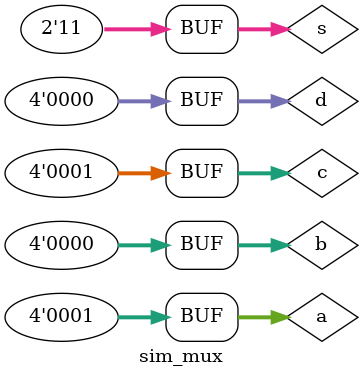
<source format=v>
`timescale 1ns / 1ps


module sim_mux();

reg [3:0] a, b, c, d;
reg [1:0] s;
wire [3:0] y;

mux mux41(a, b, c, d, s, y);

initial begin
    #100 a = 1; b = 0; c = 1; d = 0; s[0] = 0; s[1] = 0;
    #100 a = 1; b = 0; c = 1; d = 0; s[1] = 0; s[0] = 1;
    #100 a = 1; b = 0; c = 1; d = 0; s[1] = 1; s[0] = 0;
    #100 a = 1; b = 0; c = 1; d = 0; s[1] = 1; s[0] = 1;
end
 
endmodule

</source>
